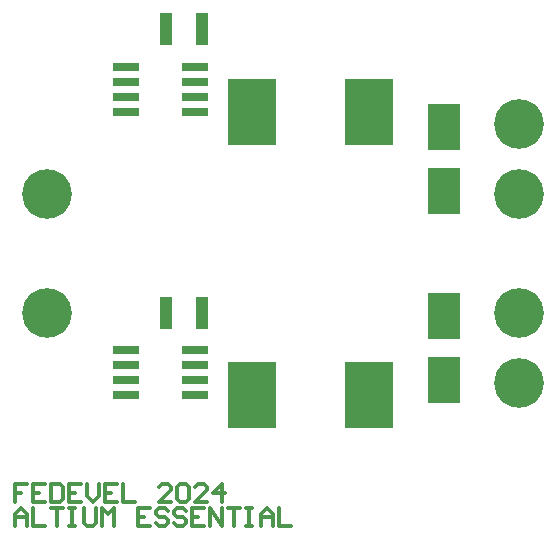
<source format=gts>
G04*
G04 #@! TF.GenerationSoftware,Altium Limited,Altium Designer,23.3.1 (30)*
G04*
G04 Layer_Color=8388736*
%FSLAX44Y44*%
%MOMM*%
G71*
G04*
G04 #@! TF.SameCoordinates,C8A1A2A4-FEEE-4BAA-8DF6-72F1B62B13C7*
G04*
G04*
G04 #@! TF.FilePolarity,Negative*
G04*
G01*
G75*
%ADD16C,0.3000*%
%ADD17R,2.3032X0.8032*%
%ADD18R,2.7532X3.9532*%
%ADD19R,4.0532X5.7032*%
%ADD20R,1.1032X2.7032*%
%ADD21C,4.2032*%
D16*
X33157Y55235D02*
X23000D01*
Y47618D01*
X28078D01*
X23000D01*
Y40000D01*
X48392Y55235D02*
X38235D01*
Y40000D01*
X48392D01*
X38235Y47618D02*
X43313D01*
X53470Y55235D02*
Y40000D01*
X61088D01*
X63627Y42539D01*
Y52696D01*
X61088Y55235D01*
X53470D01*
X78862D02*
X68705D01*
Y40000D01*
X78862D01*
X68705Y47618D02*
X73784D01*
X83940Y55235D02*
Y45078D01*
X89019Y40000D01*
X94097Y45078D01*
Y55235D01*
X109332D02*
X99175D01*
Y40000D01*
X109332D01*
X99175Y47618D02*
X104254D01*
X114410Y55235D02*
Y40000D01*
X124567D01*
X155037D02*
X144881D01*
X155037Y50157D01*
Y52696D01*
X152498Y55235D01*
X147420D01*
X144881Y52696D01*
X160116D02*
X162655Y55235D01*
X167733D01*
X170272Y52696D01*
Y42539D01*
X167733Y40000D01*
X162655D01*
X160116Y42539D01*
Y52696D01*
X185508Y40000D02*
X175351D01*
X185508Y50157D01*
Y52696D01*
X182968Y55235D01*
X177890D01*
X175351Y52696D01*
X198203Y40000D02*
Y55235D01*
X190586Y47618D01*
X200742D01*
X23000Y19000D02*
Y29157D01*
X28078Y34235D01*
X33157Y29157D01*
Y19000D01*
Y26618D01*
X23000D01*
X38235Y34235D02*
Y19000D01*
X48392D01*
X53470Y34235D02*
X63627D01*
X58548D01*
Y19000D01*
X68705Y34235D02*
X73784D01*
X71244D01*
Y19000D01*
X68705D01*
X73784D01*
X81401Y34235D02*
Y21539D01*
X83940Y19000D01*
X89019D01*
X91558Y21539D01*
Y34235D01*
X96636Y19000D02*
Y34235D01*
X101714Y29157D01*
X106793Y34235D01*
Y19000D01*
X137263Y34235D02*
X127106D01*
Y19000D01*
X137263D01*
X127106Y26618D02*
X132185D01*
X152498Y31696D02*
X149959Y34235D01*
X144881D01*
X142341Y31696D01*
Y29157D01*
X144881Y26618D01*
X149959D01*
X152498Y24078D01*
Y21539D01*
X149959Y19000D01*
X144881D01*
X142341Y21539D01*
X167733Y31696D02*
X165194Y34235D01*
X160116D01*
X157577Y31696D01*
Y29157D01*
X160116Y26618D01*
X165194D01*
X167733Y24078D01*
Y21539D01*
X165194Y19000D01*
X160116D01*
X157577Y21539D01*
X182968Y34235D02*
X172812D01*
Y19000D01*
X182968D01*
X172812Y26618D02*
X177890D01*
X188047Y19000D02*
Y34235D01*
X198203Y19000D01*
Y34235D01*
X203282D02*
X213438D01*
X208360D01*
Y19000D01*
X218517Y34235D02*
X223595D01*
X221056D01*
Y19000D01*
X218517D01*
X223595D01*
X231213D02*
Y29157D01*
X236291Y34235D01*
X241369Y29157D01*
Y19000D01*
Y26618D01*
X231213D01*
X246448Y34235D02*
Y19000D01*
X256604D01*
D17*
X117000Y168050D02*
D03*
Y155350D02*
D03*
Y142650D02*
D03*
Y129950D02*
D03*
X175000Y168050D02*
D03*
Y155350D02*
D03*
Y142650D02*
D03*
Y129950D02*
D03*
Y369950D02*
D03*
Y382650D02*
D03*
Y395350D02*
D03*
Y408050D02*
D03*
X117000Y369950D02*
D03*
Y382650D02*
D03*
Y395350D02*
D03*
Y408050D02*
D03*
D18*
X386000Y143000D02*
D03*
Y197000D02*
D03*
Y303000D02*
D03*
Y357000D02*
D03*
D19*
X322750Y130000D02*
D03*
X223250D02*
D03*
X322750Y370000D02*
D03*
X223250D02*
D03*
D20*
X181500Y200000D02*
D03*
X150500D02*
D03*
X181500Y440000D02*
D03*
X150500D02*
D03*
D21*
X450000Y300000D02*
D03*
Y360000D02*
D03*
Y200000D02*
D03*
Y140000D02*
D03*
X50000Y300000D02*
D03*
Y200000D02*
D03*
M02*

</source>
